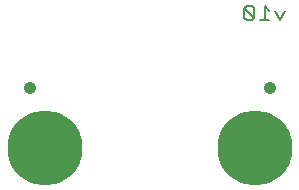
<source format=gbr>
G04 EAGLE Gerber RS-274X export*
G75*
%MOMM*%
%FSLAX34Y34*%
%LPD*%
%INBottom Copper*%
%IPPOS*%
%AMOC8*
5,1,8,0,0,1.08239X$1,22.5*%
G01*
%ADD10C,0.203200*%
%ADD11C,6.350000*%
%ADD12C,1.041400*%


D10*
X241476Y154439D02*
X237408Y146304D01*
X233341Y154439D01*
X228379Y154439D02*
X224311Y158506D01*
X224311Y146304D01*
X220244Y146304D02*
X228379Y146304D01*
X215281Y148338D02*
X215281Y156473D01*
X213248Y158506D01*
X209180Y158506D01*
X207146Y156473D01*
X207146Y148338D01*
X209180Y146304D01*
X213248Y146304D01*
X215281Y148338D01*
X207146Y156473D01*
D11*
X38100Y38100D03*
X215900Y38100D03*
D12*
X25400Y88900D03*
X228600Y88900D03*
M02*

</source>
